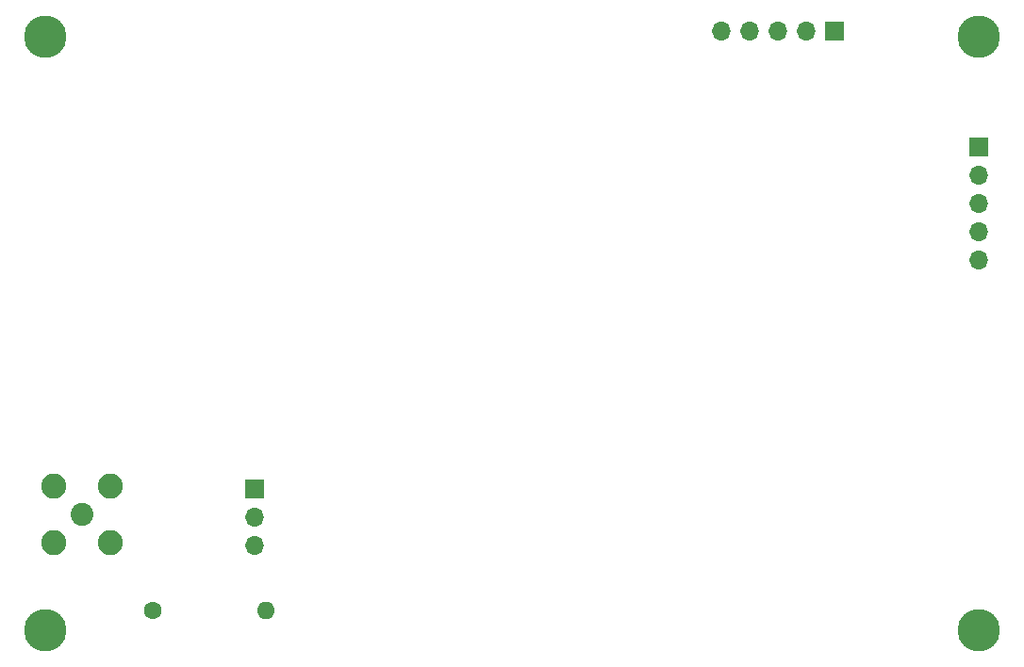
<source format=gbs>
G04 #@! TF.GenerationSoftware,KiCad,Pcbnew,(6.0.9)*
G04 #@! TF.CreationDate,2022-11-27T19:02:43-05:00*
G04 #@! TF.ProjectId,usbcounter,75736263-6f75-46e7-9465-722e6b696361,rev?*
G04 #@! TF.SameCoordinates,Original*
G04 #@! TF.FileFunction,Soldermask,Bot*
G04 #@! TF.FilePolarity,Negative*
%FSLAX46Y46*%
G04 Gerber Fmt 4.6, Leading zero omitted, Abs format (unit mm)*
G04 Created by KiCad (PCBNEW (6.0.9)) date 2022-11-27 19:02:43*
%MOMM*%
%LPD*%
G01*
G04 APERTURE LIST*
%ADD10R,1.700000X1.700000*%
%ADD11O,1.700000X1.700000*%
%ADD12C,2.050000*%
%ADD13C,2.250000*%
%ADD14C,1.600000*%
%ADD15O,1.600000X1.600000*%
%ADD16C,3.800000*%
%ADD17C,0.001000*%
G04 APERTURE END LIST*
D10*
X73406000Y-95250000D03*
D11*
X73406000Y-97790000D03*
X73406000Y-100330000D03*
D10*
X125476000Y-54102000D03*
D11*
X122936000Y-54102000D03*
X120396000Y-54102000D03*
X117856000Y-54102000D03*
X115316000Y-54102000D03*
D10*
X138430000Y-64521000D03*
D11*
X138430000Y-67061000D03*
X138430000Y-69601000D03*
X138430000Y-72141000D03*
X138430000Y-74681000D03*
D12*
X57912000Y-97536000D03*
D13*
X55372000Y-100076000D03*
X55372000Y-94996000D03*
X60452000Y-100076000D03*
X60452000Y-94996000D03*
D14*
X64262000Y-106172000D03*
D15*
X74422000Y-106172000D03*
D16*
X138430000Y-107950000D03*
X138430000Y-54610000D03*
X54610000Y-54610000D03*
X54610000Y-107950000D03*
D17*
X56752999Y-74491136D03*
X56752999Y-70491136D03*
M02*

</source>
